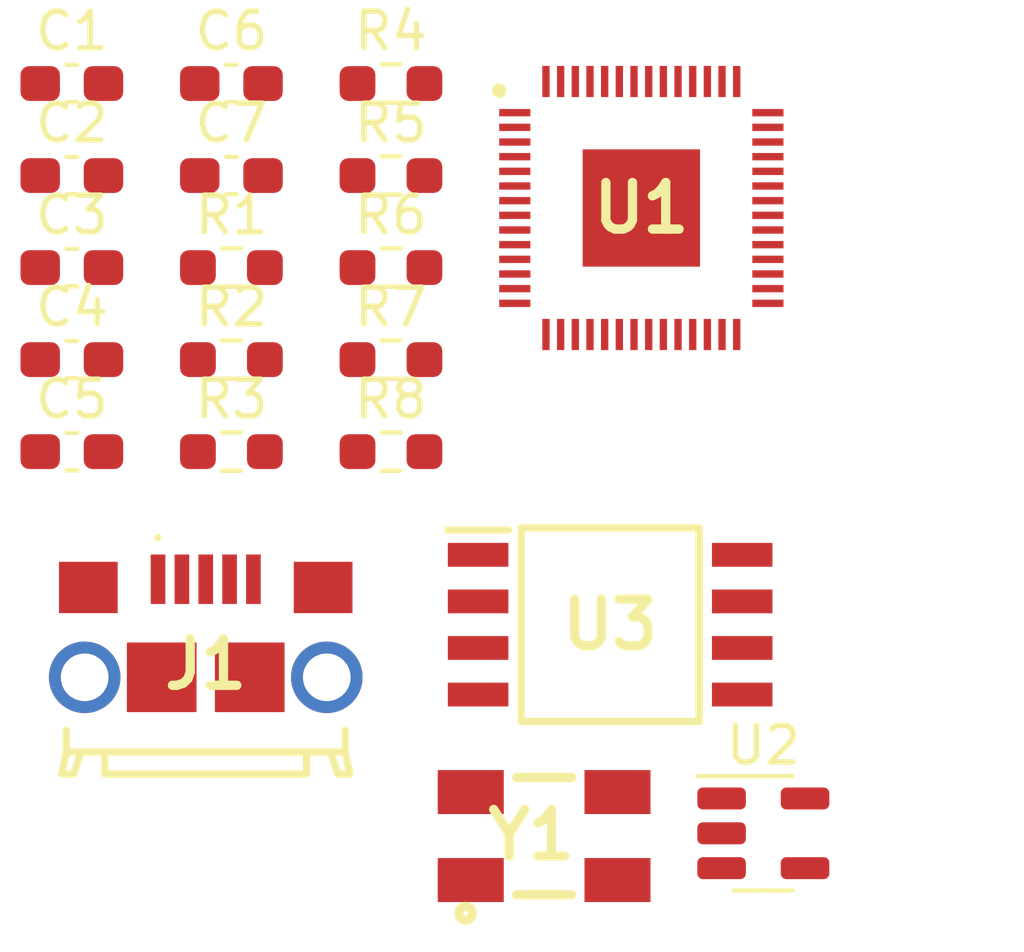
<source format=kicad_pcb>
(kicad_pcb (version 20221018) (generator pcbnew)
  (layers (0 "F.Cu" signal) (31 "B.Cu" signal) (34 "B.Paste" user) (35 "F.Paste" user) (36 "B.SilkS" user "B.Silkscreen") (37 "F.SilkS" user "F.Silkscreen") (38 "B.Mask" user) (39 "F.Mask" user) (44 "Edge.Cuts" user))
  (net 0 "")
  (net 1 "/VSYS")
  (net 3 "+3V3")
  (net 4 "GND")
  (net 5 "/+1.1V")
  (net 6 "/XIN")
  (net 8 "Net-(C6-Pad1)")
  (net 9 "/VBUS")
  (net 10 "/USB_N")
  (net 11 "/USB_P")
  (net 13 "Net-(J1-GND)")
  (net 14 "/RUN")
  (net 16 "Net-(U1-USB_DP)")
  (net 17 "Net-(U1-USB_DM)")
  (net 18 "/XOUT")
  (net 19 "/QSPI_CS")
  (net 20 "/USB_BOOT")
  (net 23 "/TARGET_SWCLK")
  (net 24 "/TARGET_SWDIO")
  (net 25 "/TARGET_RX")
  (net 26 "/TARGET_TX")
  (net 37 "/SWCLK")
  (net 38 "/SWDIO")
  (net 48 "/GPIO25")
  (net 53 "/QSPI_SD3")
  (net 54 "/QSPI_SCK")
  (net 55 "/QSPI_SD0")
  (net 56 "/QSPI_SD2")
  (net 57 "/QSPI_SD1")
  (footprint "Capacitor_SMD:C_0603_1608Metric_Pad1.08x0.95mm_HandSolder" (layer "F.Cu") (at 132.8125 83.64)
    (fp_text reference "C5" (at 0 -1.43) (layer "F.SilkS"))
    (fp_text value "1uF")
    (fp_line (start -0.146267 -0.51) (end 0.146267 -0.51) (stroke (width 0.12)) (layer "F.SilkS"))
    (fp_line (start -0.146267 0.51) (end 0.146267 0.51) (stroke (width 0.12)) (layer "F.SilkS"))
    (pad "1" smd roundrect (at -0.8625 0) (size 1.075 0.95) (layers "F.Cu" "F.Paste" "F.Mask") (net 3 "+3V3"))
    (pad "2" smd roundrect (at 0.8625 0) (size 1.075 0.95) (layers "F.Cu" "F.Paste" "F.Mask"))
  )
  (footprint "Capacitor_SMD:C_0603_1608Metric_Pad1.08x0.95mm_HandSolder" (layer "F.Cu") (at 132.8125 81.13)
    (fp_text reference "C4" (at 0 -1.43) (layer "F.SilkS"))
    (fp_text value "27pF")
    (fp_line (start -0.146267 -0.51) (end 0.146267 -0.51) (stroke (width 0.12)) (layer "F.SilkS"))
    (fp_line (start -0.146267 0.51) (end 0.146267 0.51) (stroke (width 0.12)) (layer "F.SilkS"))
    (pad "1" smd roundrect (at -0.8625 0) (size 1.075 0.95) (layers "F.Cu" "F.Paste" "F.Mask") (net 6 "/XIN"))
    (pad "2" smd roundrect (at 0.8625 0) (size 1.075 0.95) (layers "F.Cu" "F.Paste" "F.Mask") (net 4 "GND"))
  )
  (footprint "Capacitor_SMD:C_0603_1608Metric_Pad1.08x0.95mm_HandSolder" (layer "F.Cu") (at 132.8125 76.11)
    (fp_text reference "C2" (at 0 -1.43) (layer "F.SilkS"))
    (fp_text value "1uF")
    (fp_line (start -0.146267 -0.51) (end 0.146267 -0.51) (stroke (width 0.12)) (layer "F.SilkS"))
    (fp_line (start -0.146267 0.51) (end 0.146267 0.51) (stroke (width 0.12)) (layer "F.SilkS"))
    (pad "1" smd roundrect (at -0.8625 0) (size 1.075 0.95) (layers "F.Cu" "F.Paste" "F.Mask") (net 3 "+3V3"))
    (pad "2" smd roundrect (at 0.8625 0) (size 1.075 0.95) (layers "F.Cu" "F.Paste" "F.Mask") (net 4 "GND"))
  )
  (footprint "LTP-305G:ABM3B" (layer "F.Cu") (at 145.6875 94.125)
    (fp_text reference "Y1" (at -0.347 -0.03) (layer "F.SilkS") (effects (font (size 1.27 1.27) (thickness 0.254))))
    (fp_text value "12MHZ" hide)
    (fp_line (start -0.75 -1.6) (end 0.75 -1.6) (stroke (width 0.254)) (layer "F.SilkS"))
    (fp_line (start -0.75 1.6) (end 0.75 1.6) (stroke (width 0.254)) (layer "F.SilkS"))
    (fp_circle (center -2.141 2.106) (end -2.141 2.16503) (stroke (width 0.254)) (fill none) (layer "F.SilkS"))
    (pad "1" smd rect (at -2 1.2 90) (size 1.2 1.8) (layers "F.Cu" "F.Paste" "F.Mask") (net 6 "/XIN"))
    (pad "2" smd rect (at 2 1.2 90) (size 1.2 1.8) (layers "F.Cu" "F.Paste" "F.Mask") (net 4 "GND"))
    (pad "3" smd rect (at 2 -1.2 90) (size 1.2 1.8) (layers "F.Cu" "F.Paste" "F.Mask") (net 8 "Net-(C6-Pad1)"))
    (pad "4" smd rect (at -2 -1.2 90) (size 1.2 1.8) (layers "F.Cu" "F.Paste" "F.Mask") (net 4 "GND"))
  )
  (footprint "Resistor_SMD:R_0603_1608Metric_Pad0.98x0.95mm_HandSolder" (layer "F.Cu") (at 141.5125 81.13)
    (fp_text reference "R7" (at 0 -1.43) (layer "F.SilkS"))
    (fp_text value "1K")
    (fp_line (start -0.254724 -0.5225) (end 0.254724 -0.5225) (stroke (width 0.12)) (layer "F.SilkS"))
    (fp_line (start -0.254724 0.5225) (end 0.254724 0.5225) (stroke (width 0.12)) (layer "F.SilkS"))
    (pad "1" smd roundrect (at -0.9125 0) (size 0.975 0.95) (layers "F.Cu" "F.Paste" "F.Mask") (net 19 "/QSPI_CS"))
    (pad "2" smd roundrect (at 0.9125 0) (size 0.975 0.95) (layers "F.Cu" "F.Paste" "F.Mask") (net 20 "/USB_BOOT"))
  )
  (footprint "Resistor_SMD:R_0603_1608Metric_Pad0.98x0.95mm_HandSolder" (layer "F.Cu") (at 137.1625 78.62)
    (fp_text reference "R1" (at 0 -1.43) (layer "F.SilkS"))
    (fp_text value "10K")
    (fp_line (start -0.254724 -0.5225) (end 0.254724 -0.5225) (stroke (width 0.12)) (layer "F.SilkS"))
    (fp_line (start -0.254724 0.5225) (end 0.254724 0.5225) (stroke (width 0.12)) (layer "F.SilkS"))
    (pad "1" smd roundrect (at -0.9125 0) (size 0.975 0.95) (layers "F.Cu" "F.Paste" "F.Mask") (net 3 "+3V3"))
    (pad "2" smd roundrect (at 0.9125 0) (size 0.975 0.95) (layers "F.Cu" "F.Paste" "F.Mask") (net 14 "/RUN"))
  )
  (footprint "Capacitor_SMD:C_0603_1608Metric_Pad1.08x0.95mm_HandSolder" (layer "F.Cu") (at 137.1625 73.6)
    (fp_text reference "C6" (at 0 -1.43) (layer "F.SilkS"))
    (fp_text value "27pF")
    (fp_line (start -0.146267 -0.51) (end 0.146267 -0.51) (stroke (width 0.12)) (layer "F.SilkS"))
    (fp_line (start -0.146267 0.51) (end 0.146267 0.51) (stroke (width 0.12)) (layer "F.SilkS"))
    (pad "1" smd roundrect (at -0.8625 0) (size 1.075 0.95) (layers "F.Cu" "F.Paste" "F.Mask") (net 8 "Net-(C6-Pad1)"))
    (pad "2" smd roundrect (at 0.8625 0) (size 1.075 0.95) (layers "F.Cu" "F.Paste" "F.Mask") (net 4 "GND"))
  )
  (footprint "Capacitor_SMD:C_0603_1608Metric_Pad1.08x0.95mm_HandSolder" (layer "F.Cu") (at 137.1625 76.11)
    (fp_text reference "C7" (at 0 -1.43) (layer "F.SilkS"))
    (fp_text value "0.1uF")
    (fp_line (start -0.146267 -0.51) (end 0.146267 -0.51) (stroke (width 0.12)) (layer "F.SilkS"))
    (fp_line (start -0.146267 0.51) (end 0.146267 0.51) (stroke (width 0.12)) (layer "F.SilkS"))
    (pad "1" smd roundrect (at -0.8625 0) (size 1.075 0.95) (layers "F.Cu" "F.Paste" "F.Mask") (net 3 "+3V3"))
    (pad "2" smd roundrect (at 0.8625 0) (size 1.075 0.95) (layers "F.Cu" "F.Paste" "F.Mask") (net 4 "GND"))
  )
  (footprint "Package_TO_SOT_SMD:SOT-23-5" (layer "F.Cu") (at 151.6625 94.05)
    (fp_text reference "U2" (at 0 -2.4) (layer "F.SilkS"))
    (fp_text value "AP2112K-3.3TRG1")
    (fp_line (start 0 -1.56) (end -1.8 -1.56) (stroke (width 0.12)) (layer "F.SilkS"))
    (fp_line (start 0 -1.56) (end 0.8 -1.56) (stroke (width 0.12)) (layer "F.SilkS"))
    (fp_line (start 0 1.56) (end -0.8 1.56) (stroke (width 0.12)) (layer "F.SilkS"))
    (fp_line (start 0 1.56) (end 0.8 1.56) (stroke (width 0.12)) (layer "F.SilkS"))
    (pad "1" smd roundrect (at -1.1375 -0.95) (size 1.325 0.6) (layers "F.Cu" "F.Paste" "F.Mask") (net 1 "/VSYS"))
    (pad "2" smd roundrect (at -1.1375 0) (size 1.325 0.6) (layers "F.Cu" "F.Paste" "F.Mask") (net 4 "GND"))
    (pad "3" smd roundrect (at -1.1375 0.95) (size 1.325 0.6) (layers "F.Cu" "F.Paste" "F.Mask"))
    (pad "4" smd roundrect (at 1.1375 0.95) (size 1.325 0.6) (layers "F.Cu" "F.Paste" "F.Mask"))
    (pad "5" smd roundrect (at 1.1375 -0.95) (size 1.325 0.6) (layers "F.Cu" "F.Paste" "F.Mask") (net 3 "+3V3"))
  )
  (footprint "Resistor_SMD:R_0603_1608Metric_Pad0.98x0.95mm_HandSolder" (layer "F.Cu") (at 137.1625 83.64)
    (fp_text reference "R3" (at 0 -1.43) (layer "F.SilkS"))
    (fp_text value "27")
    (fp_line (start -0.254724 -0.5225) (end 0.254724 -0.5225) (stroke (width 0.12)) (layer "F.SilkS"))
    (fp_line (start -0.254724 0.5225) (end 0.254724 0.5225) (stroke (width 0.12)) (layer "F.SilkS"))
    (pad "1" smd roundrect (at -0.9125 0) (size 0.975 0.95) (layers "F.Cu" "F.Paste" "F.Mask") (net 11 "/USB_P"))
    (pad "2" smd roundrect (at 0.9125 0) (size 0.975 0.95) (layers "F.Cu" "F.Paste" "F.Mask") (net 16 "Net-(U1-USB_DP)"))
  )
  (footprint "LTP-305G:101181930001LF" (layer "F.Cu") (at 136.4625 89.308)
    (fp_text reference "J1" (at 0 0.131) (layer "F.SilkS") (effects (font (size 1.27 1.27) (thickness 0.254))))
    (fp_text value "10118193-0001LF" hide)
    (fp_line (start -3.93 3.125) (end -3.8 2.525) (stroke (width 0.2)) (layer "F.SilkS"))
    (fp_line (start -3.8 1.925) (end -3.8 2.525) (stroke (width 0.2)) (layer "F.SilkS"))
    (fp_line (start -3.8 2.525) (end 3.8 2.525) (stroke (width 0.2)) (layer "F.SilkS"))
    (fp_line (start -3.6 3.125) (end -3.93 3.125) (stroke (width 0.2)) (layer "F.SilkS"))
    (fp_line (start -3.4 2.525) (end -3.6 3.125) (stroke (width 0.2)) (layer "F.SilkS"))
    (fp_line (start -2.75 2.525) (end -2.75 3.125) (stroke (width 0.2)) (layer "F.SilkS"))
    (fp_line (start -2.75 3.125) (end 2.75 3.125) (stroke (width 0.2)) (layer "F.SilkS"))
    (fp_line (start -1.3 -3.375) (end -1.3 -3.375) (stroke (width 0.1)) (layer "F.SilkS"))
    (fp_line (start -1.3 -3.275) (end -1.3 -3.275) (stroke (width 0.1)) (layer "F.SilkS"))
    (fp_line (start 2.75 3.125) (end 2.75 2.525) (stroke (width 0.2)) (layer "F.SilkS"))
    (fp_line (start 3.6 3.125) (end 3.4 2.525) (stroke (width 0.2)) (layer "F.SilkS"))
    (fp_line (start 3.8 2.525) (end 3.8 1.925) (stroke (width 0.2)) (layer "F.SilkS"))
    (fp_line (start 3.8 2.525) (end 3.93 3.125) (stroke (width 0.2)) (layer "F.SilkS"))
    (fp_line (start 3.93 3.125) (end 3.6 3.125) (stroke (width 0.2)) (layer "F.SilkS"))
    (fp_arc (start -1.3 -3.375) (mid -1.25 -3.325) (end -1.3 -3.275) (stroke (width 0.1)) (layer "F.SilkS"))
    (fp_arc (start -1.3 -3.275) (mid -1.35 -3.325) (end -1.3 -3.375) (stroke (width 0.1)) (layer "F.SilkS"))
    (pad "1" smd rect (at -1.3 -2.188) (size 0.4 1.35) (layers "F.Cu" "F.Paste" "F.Mask") (net 9 "/VBUS"))
    (pad "2" smd rect (at -0.65 -2.188) (size 0.4 1.35) (layers "F.Cu" "F.Paste" "F.Mask") (net 10 "/USB_N"))
    (pad "3" smd rect (at 0 -2.188) (size 0.4 1.35) (layers "F.Cu" "F.Paste" "F.Mask") (net 11 "/USB_P"))
    (pad "4" smd rect (at 0.65 -2.188) (size 0.4 1.35) (layers "F.Cu" "F.Paste" "F.Mask"))
    (pad "5" smd rect (at 1.3 -2.188) (size 0.4 1.35) (layers "F.Cu" "F.Paste" "F.Mask") (net 13 "Net-(J1-GND)"))
    (pad "MH1" thru_hole circle (at -3.3 0.487) (size 1.95 1.95) (drill 1.3) (layers "*.Cu" "*.Mask"))
    (pad "MH2" thru_hole circle (at 3.3 0.487) (size 1.95 1.95) (drill 1.3) (layers "*.Cu" "*.Mask"))
    (pad "MP1" smd rect (at -3.2 -1.963 90) (size 1.4 1.6) (layers "F.Cu" "F.Paste" "F.Mask"))
    (pad "MP2" smd rect (at 3.2 -1.963 90) (size 1.4 1.6) (layers "F.Cu" "F.Paste" "F.Mask"))
    (pad "MP3" smd rect (at -1.2 0.487 90) (size 1.9 1.9) (layers "F.Cu" "F.Paste" "F.Mask"))
    (pad "MP4" smd rect (at 1.2 0.487 90) (size 1.9 1.9) (layers "F.Cu" "F.Paste" "F.Mask"))
  )
  (footprint "Resistor_SMD:R_0603_1608Metric_Pad0.98x0.95mm_HandSolder" (layer "F.Cu") (at 141.5125 76.11)
    (fp_text reference "R5" (at 0 -1.43) (layer "F.SilkS"))
    (fp_text value "DNP")
    (fp_line (start -0.254724 -0.5225) (end 0.254724 -0.5225) (stroke (width 0.12)) (layer "F.SilkS"))
    (fp_line (start -0.254724 0.5225) (end 0.254724 0.5225) (stroke (width 0.12)) (layer "F.SilkS"))
    (pad "1" smd roundrect (at -0.9125 0) (size 0.975 0.95) (layers "F.Cu" "F.Paste" "F.Mask") (net 18 "/XOUT"))
    (pad "2" smd roundrect (at 0.9125 0) (size 0.975 0.95) (layers "F.Cu" "F.Paste" "F.Mask") (net 6 "/XIN"))
  )
  (footprint "Capacitor_SMD:C_0603_1608Metric_Pad1.08x0.95mm_HandSolder" (layer "F.Cu") (at 132.8125 73.6)
    (fp_text reference "C1" (at 0 -1.43) (layer "F.SilkS"))
    (fp_text value "1uF")
    (fp_line (start -0.146267 -0.51) (end 0.146267 -0.51) (stroke (width 0.12)) (layer "F.SilkS"))
    (fp_line (start -0.146267 0.51) (end 0.146267 0.51) (stroke (width 0.12)) (layer "F.SilkS"))
    (pad "1" smd roundrect (at -0.8625 0) (size 1.075 0.95) (layers "F.Cu" "F.Paste" "F.Mask") (net 1 "/VSYS"))
    (pad "2" smd roundrect (at 0.8625 0) (size 1.075 0.95) (layers "F.Cu" "F.Paste" "F.Mask"))
  )
  (footprint "Resistor_SMD:R_0603_1608Metric_Pad0.98x0.95mm_HandSolder" (layer "F.Cu") (at 141.5125 83.64)
    (fp_text reference "R8" (at 0 -1.43) (layer "F.SilkS"))
    (fp_text value "10K")
    (fp_line (start -0.254724 -0.5225) (end 0.254724 -0.5225) (stroke (width 0.12)) (layer "F.SilkS"))
    (fp_line (start -0.254724 0.5225) (end 0.254724 0.5225) (stroke (width 0.12)) (layer "F.SilkS"))
    (pad "1" smd roundrect (at -0.9125 0) (size 0.975 0.95) (layers "F.Cu" "F.Paste" "F.Mask") (net 3 "+3V3"))
    (pad "2" smd roundrect (at 0.9125 0) (size 0.975 0.95) (layers "F.Cu" "F.Paste" "F.Mask") (net 19 "/QSPI_CS"))
  )
  (footprint "LTP-305G:SOIC127P790X216-8N" (layer "F.Cu") (at 147.4875 88.36)
    (fp_text reference "U3" (at 0 0) (layer "F.SilkS") (effects (font (size 1.27 1.27) (thickness 0.254))))
    (fp_text value "W25Q16JVSSIQ" hide)
    (fp_line (start -4.425 -2.58) (end -2.775 -2.58) (stroke (width 0.2)) (layer "F.SilkS"))
    (fp_line (start -2.425 -2.64) (end 2.425 -2.64) (stroke (width 0.2)) (layer "F.SilkS"))
    (fp_line (start -2.425 2.64) (end -2.425 -2.64) (stroke (width 0.2)) (layer "F.SilkS"))
    (fp_line (start 2.425 -2.64) (end 2.425 2.64) (stroke (width 0.2)) (layer "F.SilkS"))
    (fp_line (start 2.425 2.64) (end -2.425 2.64) (stroke (width 0.2)) (layer "F.SilkS"))
    (pad "1" smd rect (at -3.6 -1.905 90) (size 0.65 1.65) (layers "F.Cu" "F.Paste" "F.Mask") (net 19 "/QSPI_CS"))
    (pad "2" smd rect (at -3.6 -0.635 90) (size 0.65 1.65) (layers "F.Cu" "F.Paste" "F.Mask") (net 57 "/QSPI_SD1"))
    (pad "3" smd rect (at -3.6 0.635 90) (size 0.65 1.65) (layers "F.Cu" "F.Paste" "F.Mask") (net 56 "/QSPI_SD2"))
    (pad "4" smd rect (at -3.6 1.905 90) (size 0.65 1.65) (layers "F.Cu" "F.Paste" "F.Mask") (net 4 "GND"))
    (pad "5" smd rect (at 3.6 1.905 90) (size 0.65 1.65) (layers "F.Cu" "F.Paste" "F.Mask") (net 55 "/QSPI_SD0"))
    (pad "6" smd rect (at 3.6 0.635 90) (size 0.65 1.65) (layers "F.Cu" "F.Paste" "F.Mask") (net 54 "/QSPI_SCK"))
    (pad "7" smd rect (at 3.6 -0.635 90) (size 0.65 1.65) (layers "F.Cu" "F.Paste" "F.Mask") (net 53 "/QSPI_SD3"))
    (pad "8" smd rect (at 3.6 -1.905 90) (size 0.65 1.65) (layers "F.Cu" "F.Paste" "F.Mask") (net 3 "+3V3"))
  )
  (footprint "Resistor_SMD:R_0603_1608Metric_Pad0.98x0.95mm_HandSolder" (layer "F.Cu") (at 137.1625 81.13)
    (fp_text reference "R2" (at 0 -1.43) (layer "F.SilkS"))
    (fp_text value "10K")
    (fp_line (start -0.254724 -0.5225) (end 0.254724 -0.5225) (stroke (width 0.12)) (layer "F.SilkS"))
    (fp_line (start -0.254724 0.5225) (end 0.254724 0.5225) (stroke (width 0.12)) (layer "F.SilkS"))
    (pad "1" smd roundrect (at -0.9125 0) (size 0.975 0.95) (layers "F.Cu" "F.Paste" "F.Mask") (net 1 "/VSYS"))
    (pad "2" smd roundrect (at 0.9125 0) (size 0.975 0.95) (layers "F.Cu" "F.Paste" "F.Mask"))
  )
  (footprint "Capacitor_SMD:C_0603_1608Metric_Pad1.08x0.95mm_HandSolder" (layer "F.Cu") (at 132.8125 78.62)
    (fp_text reference "C3" (at 0 -1.43) (layer "F.SilkS"))
    (fp_text value "1uF")
    (fp_line (start -0.146267 -0.51) (end 0.146267 -0.51) (stroke (width 0.12)) (layer "F.SilkS"))
    (fp_line (start -0.146267 0.51) (end 0.146267 0.51) (stroke (width 0.12)) (layer "F.SilkS"))
    (pad "1" smd roundrect (at -0.8625 0) (size 1.075 0.95) (layers "F.Cu" "F.Paste" "F.Mask") (net 5 "/+1.1V"))
    (pad "2" smd roundrect (at 0.8625 0) (size 1.075 0.95) (layers "F.Cu" "F.Paste" "F.Mask") (net 4 "GND"))
  )
  (footprint "LTP-305G:QFN40P700X700X90-57N-D" (layer "F.Cu") (at 148.3375 76.995)
    (fp_text reference "U1" (at 0 0) (layer "F.SilkS") (effects (font (size 1.27 1.27) (thickness 0.254))))
    (fp_text value "RP2040" hide)
    (fp_circle (center -3.875 -3.2) (end -3.875 -3.1) (stroke (width 0.2)) (fill none) (layer "F.SilkS"))
    (pad "1" smd rect (at -3.45 -2.6 90) (size 0.2 0.85) (layers "F.Cu" "F.Paste" "F.Mask") (net 3 "+3V3"))
    (pad "2" smd rect (at -3.45 -2.2 90) (size 0.2 0.85) (layers "F.Cu" "F.Paste" "F.Mask"))
    (pad "3" smd rect (at -3.45 -1.8 90) (size 0.2 0.85) (layers "F.Cu" "F.Paste" "F.Mask"))
    (pad "4" smd rect (at -3.45 -1.4 90) (size 0.2 0.85) (layers "F.Cu" "F.Paste" "F.Mask") (net 23 "/TARGET_SWCLK"))
    (pad "5" smd rect (at -3.45 -1 90) (size 0.2 0.85) (layers "F.Cu" "F.Paste" "F.Mask") (net 24 "/TARGET_SWDIO"))
    (pad "6" smd rect (at -3.45 -0.6 90) (size 0.2 0.85) (layers "F.Cu" "F.Paste" "F.Mask") (net 25 "/TARGET_RX"))
    (pad "7" smd rect (at -3.45 -0.2 90) (size 0.2 0.85) (layers "F.Cu" "F.Paste" "F.Mask") (net 26 "/TARGET_TX"))
    (pad "8" smd rect (at -3.45 0.2 90) (size 0.2 0.85) (layers "F.Cu" "F.Paste" "F.Mask"))
    (pad "9" smd rect (at -3.45 0.6 90) (size 0.2 0.85) (layers "F.Cu" "F.Paste" "F.Mask"))
    (pad "10" smd rect (at -3.45 1 90) (size 0.2 0.85) (layers "F.Cu" "F.Paste" "F.Mask") (net 3 "+3V3"))
    (pad "11" smd rect (at -3.45 1.4 90) (size 0.2 0.85) (layers "F.Cu" "F.Paste" "F.Mask"))
    (pad "12" smd rect (at -3.45 1.8 90) (size 0.2 0.85) (layers "F.Cu" "F.Paste" "F.Mask"))
    (pad "13" smd rect (at -3.45 2.2 90) (size 0.2 0.85) (layers "F.Cu" "F.Paste" "F.Mask"))
    (pad "14" smd rect (at -3.45 2.6 90) (size 0.2 0.85) (layers "F.Cu" "F.Paste" "F.Mask"))
    (pad "15" smd rect (at -2.6 3.45) (size 0.2 0.85) (layers "F.Cu" "F.Paste" "F.Mask"))
    (pad "16" smd rect (at -2.2 3.45) (size 0.2 0.85) (layers "F.Cu" "F.Paste" "F.Mask"))
    (pad "17" smd rect (at -1.8 3.45) (size 0.2 0.85) (layers "F.Cu" "F.Paste" "F.Mask"))
    (pad "18" smd rect (at -1.4 3.45) (size 0.2 0.85) (layers "F.Cu" "F.Paste" "F.Mask"))
    (pad "19" smd rect (at -1 3.45) (size 0.2 0.85) (layers "F.Cu" "F.Paste" "F.Mask") (net 4 "GND"))
    (pad "20" smd rect (at -0.6 3.45) (size 0.2 0.85) (layers "F.Cu" "F.Paste" "F.Mask") (net 6 "/XIN"))
    (pad "21" smd rect (at -0.2 3.45) (size 0.2 0.85) (layers "F.Cu" "F.Paste" "F.Mask") (net 18 "/XOUT"))
    (pad "22" smd rect (at 0.2 3.45) (size 0.2 0.85) (layers "F.Cu" "F.Paste" "F.Mask") (net 3 "+3V3"))
    (pad "23" smd rect (at 0.6 3.45) (size 0.2 0.85) (layers "F.Cu" "F.Paste" "F.Mask") (net 5 "/+1.1V"))
    (pad "24" smd rect (at 1 3.45) (size 0.2 0.85) (layers "F.Cu" "F.Paste" "F.Mask") (net 37 "/SWCLK"))
    (pad "25" smd rect (at 1.4 3.45) (size 0.2 0.85) (layers "F.Cu" "F.Paste" "F.Mask") (net 38 "/SWDIO"))
    (pad "26" smd rect (at 1.8 3.45) (size 0.2 0.85) (layers "F.Cu" "F.Paste" "F.Mask") (net 14 "/RUN"))
    (pad "27" smd rect (at 2.2 3.45) (size 0.2 0.85) (layers "F.Cu" "F.Paste" "F.Mask"))
    (pad "28" smd rect (at 2.6 3.45) (size 0.2 0.85) (layers "F.Cu" "F.Paste" "F.Mask"))
    (pad "29" smd rect (at 3.45 2.6 90) (size 0.2 0.85) (layers "F.Cu" "F.Paste" "F.Mask"))
    (pad "30" smd rect (at 3.45 2.2 90) (size 0.2 0.85) (layers "F.Cu" "F.Paste" "F.Mask"))
    (pad "31" smd rect (at 3.45 1.8 90) (size 0.2 0.85) (layers "F.Cu" "F.Paste" "F.Mask"))
    (pad "32" smd rect (at 3.45 1.4 90) (size 0.2 0.85) (layers "F.Cu" "F.Paste" "F.Mask"))
    (pad "33" smd rect (at 3.45 1 90) (size 0.2 0.85) (layers "F.Cu" "F.Paste" "F.Mask") (net 3 "+3V3"))
    (pad "34" smd rect (at 3.45 0.6 90) (size 0.2 0.85) (layers "F.Cu" "F.Paste" "F.Mask"))
    (pad "35" smd rect (at 3.45 0.2 90) (size 0.2 0.85) (layers "F.Cu" "F.Paste" "F.Mask"))
    (pad "36" smd rect (at 3.45 -0.2 90) (size 0.2 0.85) (layers "F.Cu" "F.Paste" "F.Mask"))
    (pad "37" smd rect (at 3.45 -0.6 90) (size 0.2 0.85) (layers "F.Cu" "F.Paste" "F.Mask") (net 48 "/GPIO25"))
    (pad "38" smd rect (at 3.45 -1 90) (size 0.2 0.85) (layers "F.Cu" "F.Paste" "F.Mask"))
    (pad "39" smd rect (at 3.45 -1.4 90) (size 0.2 0.85) (layers "F.Cu" "F.Paste" "F.Mask"))
    (pad "40" smd rect (at 3.45 -1.8 90) (size 0.2 0.85) (layers "F.Cu" "F.Paste" "F.Mask"))
    (pad "41" smd rect (at 3.45 -2.2 90) (size 0.2 0.85) (layers "F.Cu" "F.Paste" "F.Mask"))
    (pad "42" smd rect (at 3.45 -2.6 90) (size 0.2 0.85) (layers "F.Cu" "F.Paste" "F.Mask") (net 3 "+3V3"))
    (pad "43" smd rect (at 2.6 -3.45) (size 0.2 0.85) (layers "F.Cu" "F.Paste" "F.Mask") (net 3 "+3V3"))
    (pad "44" smd rect (at 2.2 -3.45) (size 0.2 0.85) (layers "F.Cu" "F.Paste" "F.Mask") (net 3 "+3V3"))
    (pad "45" smd rect (at 1.8 -3.45) (size 0.2 0.85) (layers "F.Cu" "F.Paste" "F.Mask") (net 5 "/+1.1V"))
    (pad "46" smd rect (at 1.4 -3.45) (size 0.2 0.85) (layers "F.Cu" "F.Paste" "F.Mask") (net 17 "Net-(U1-USB_DM)"))
    (pad "47" smd rect (at 1 -3.45) (size 0.2 0.85) (layers "F.Cu" "F.Paste" "F.Mask") (net 16 "Net-(U1-USB_DP)"))
    (pad "48" smd rect (at 0.6 -3.45) (size 0.2 0.85) (layers "F.Cu" "F.Paste" "F.Mask") (net 3 "+3V3"))
    (pad "49" smd rect (at 0.2 -3.45) (size 0.2 0.85) (layers "F.Cu" "F.Paste" "F.Mask") (net 3 "+3V3"))
    (pad "50" smd rect (at -0.2 -3.45) (size 0.2 0.85) (layers "F.Cu" "F.Paste" "F.Mask") (net 5 "/+1.1V"))
    (pad "51" smd rect (at -0.6 -3.45) (size 0.2 0.85) (layers "F.Cu" "F.Paste" "F.Mask") (net 53 "/QSPI_SD3"))
    (pad "52" smd rect (at -1 -3.45) (size 0.2 0.85) (layers "F.Cu" "F.Paste" "F.Mask") (net 54 "/QSPI_SCK"))
    (pad "53" smd rect (at -1.4 -3.45) (size 0.2 0.85) (layers "F.Cu" "F.Paste" "F.Mask") (net 55 "/QSPI_SD0"))
    (pad "54" smd rect (at -1.8 -3.45) (size 0.2 0.85) (layers "F.Cu" "F.Paste" "F.Mask") (net 56 "/QSPI_SD2"))
    (pad "55" smd rect (at -2.2 -3.45) (size 0.2 0.85) (layers "F.Cu" "F.Paste" "F.Mask") (net 57 "/QSPI_SD1"))
    (pad "56" smd rect (at -2.6 -3.45) (size 0.2 0.85) (layers "F.Cu" "F.Paste" "F.Mask") (net 19 "/QSPI_CS"))
    (pad "57" smd rect (at 0 0) (size 3.2 3.2) (layers "F.Cu" "F.Paste" "F.Mask") (net 4 "GND"))
  )
  (footprint "Resistor_SMD:R_0603_1608Metric_Pad0.98x0.95mm_HandSolder" (layer "F.Cu") (at 141.5125 73.6)
    (fp_text reference "R4" (at 0 -1.43) (layer "F.SilkS"))
    (fp_text value "27")
    (fp_line (start -0.254724 -0.5225) (end 0.254724 -0.5225) (stroke (width 0.12)) (layer "F.SilkS"))
    (fp_line (start -0.254724 0.5225) (end 0.254724 0.5225) (stroke (width 0.12)) (layer "F.SilkS"))
    (pad "1" smd roundrect (at -0.9125 0) (size 0.975 0.95) (layers "F.Cu" "F.Paste" "F.Mask") (net 10 "/USB_N"))
    (pad "2" smd roundrect (at 0.9125 0) (size 0.975 0.95) (layers "F.Cu" "F.Paste" "F.Mask") (net 17 "Net-(U1-USB_DM)"))
  )
  (footprint "Resistor_SMD:R_0603_1608Metric_Pad0.98x0.95mm_HandSolder" (layer "F.Cu") (at 141.5125 78.62)
    (fp_text reference "R6" (at 0 -1.43) (layer "F.SilkS"))
    (fp_text value "1K")
    (fp_line (start -0.254724 -0.5225) (end 0.254724 -0.5225) (stroke (width 0.12)) (layer "F.SilkS"))
    (fp_line (start -0.254724 0.5225) (end 0.254724 0.5225) (stroke (width 0.12)) (layer "F.SilkS"))
    (pad "1" smd roundrect (at -0.9125 0) (size 0.975 0.95) (layers "F.Cu" "F.Paste" "F.Mask") (net 18 "/XOUT"))
    (pad "2" smd roundrect (at 0.9125 0) (size 0.975 0.95) (layers "F.Cu" "F.Paste" "F.Mask") (net 8 "Net-(C6-Pad1)"))
  )
)
</source>
